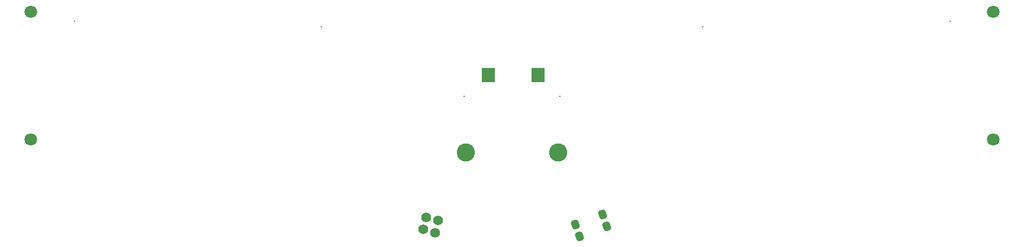
<source format=gts>
%FSTAX23Y23*%
%MOIN*%
%SFA1B1*%

%IPPOS*%
%AMD18*
4,1,8,0.024700,-0.004500,0.016000,0.019400,-0.000500,0.027100,-0.017000,0.021000,-0.024700,0.004500,-0.016000,-0.019400,0.000500,-0.027100,0.017000,-0.021000,0.024700,-0.004500,0.0*
1,1,0.025800,0.012600,-0.008900*
1,1,0.025800,0.003900,0.014900*
1,1,0.025800,-0.012600,0.008900*
1,1,0.025800,-0.003900,-0.014900*
%
%ADD13R,0.076900X0.078900*%
%ADD14C,0.008000*%
%ADD15C,0.071000*%
%ADD16C,0.102500*%
%ADD17C,0.055200*%
G04~CAMADD=18~8~0.0~0.0~513.0~434.0~129.0~0.0~15~0.0~0.0~0.0~0.0~0~0.0~0.0~0.0~0.0~0~0.0~0.0~0.0~290.0~510.0~556.0*
%ADD18D18*%
%LNglasses_full_v1_small_revised-1*%
%LPD*%
G54D13*
X00146Y-00185D03*
X-00135D03*
G54D14*
X02465Y0012D03*
X01074Y00088D03*
X-01074D03*
X-02465Y0012D03*
X-00271Y-00303D03*
X00271D03*
G54D15*
X02711Y-00547D03*
Y00172D03*
X-02711D03*
Y-00547D03*
G54D16*
X00261Y-00622D03*
X-0026D03*
G54D17*
X-00416Y-01005D03*
X-00434Y-01073D03*
X-00502Y-01055D03*
X-00484Y-00986D03*
G54D18*
X0051Y-0097D03*
X00355Y-01026D03*
X00534Y-01036D03*
X00379Y-01093D03*
M02*
</source>
